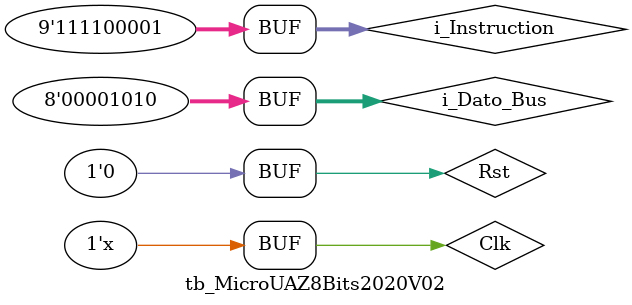
<source format=v>
`timescale 1ns / 1ps


module tb_MicroUAZ8Bits2020V02;
    reg Clk;
    reg Rst;
    reg [8:0] i_Instruction;
    reg [7:0] i_Dato_Bus;
    wire [7:0] o_Addres_Instruction_Bus;
    wire [7:0] o_DataOut_Bus;
    wire [7:0] o_Addres_Data_Bus;
    wire RW;
    
    
    MicroUAZ8Bits2020V02 uut(
        .Clk(Clk),
        .Rst(Rst),
        .i_Instruction(i_Instruction),
        .i_Dato_Bus(i_Dato_Bus),
        .o_Addres_Instruction_Bus(o_Addres_Instruction_Bus),
        .o_DataOut_Bus(o_DataOut_Bus),
        .o_Addres_Data_Bus(o_Addres_Data_Bus),
        .RW(RW)
        );
        
    initial
        begin
        Rst=1;
        Clk=0;
        i_Instruction=0;
        i_Dato_Bus=0;
        
        #1 Rst=0; i_Instruction=9'b000_000_111; //load Rx Num
        #2 i_Instruction=9'b000_001_110; //load Rx Num
        #2 i_Instruction=9'b001_010_000; // load Rx [Ry]
           i_Dato_Bus=10;
        #2 i_Instruction=9'b010_001_010; // store [Rx] Num
        #2 i_Instruction=9'b011_010_000; // store [Rx] Ry
        #2 i_Instruction=9'b100_011_000; // move Rx Ry
        #2 i_Instruction=9'b101_011_001; // Math Rx OP
        #2 i_Instruction=9'b110_100_001; // Jump [Rx] Cond
        #2 i_Instruction=9'b111_100_001; // Nop
        
        end
    
    always
        #1 Clk = !Clk;
endmodule

</source>
